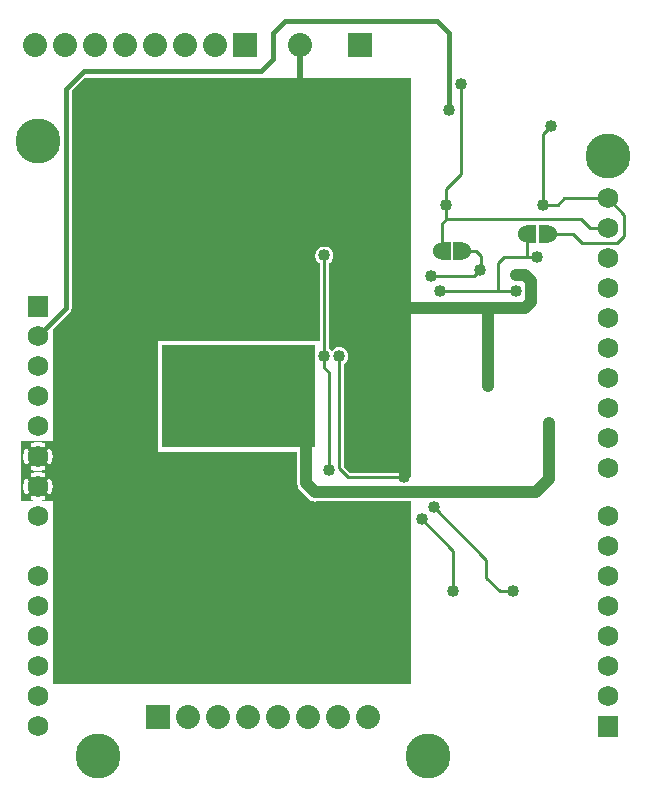
<source format=gbr>
G04 start of page 3 for group 1 idx 1 *
G04 Title: (unknown), solder *
G04 Creator: pcb 20140316 *
G04 CreationDate: Thu 22 Dec 2016 06:12:03 PM GMT UTC *
G04 For: ndholmes *
G04 Format: Gerber/RS-274X *
G04 PCB-Dimensions (mil): 2100.00 2700.00 *
G04 PCB-Coordinate-Origin: lower left *
%MOIN*%
%FSLAX25Y25*%
%LNBOTTOM*%
%ADD51C,0.0480*%
%ADD50C,0.1285*%
%ADD49C,0.0380*%
%ADD48R,0.0300X0.0300*%
%ADD47C,0.0600*%
%ADD46C,0.0800*%
%ADD45C,0.1500*%
%ADD44C,0.0680*%
%ADD43C,0.0200*%
%ADD42C,0.0150*%
%ADD41C,0.0400*%
%ADD40C,0.0100*%
%ADD39C,0.0001*%
G54D39*G36*
X102500Y147000D02*Y143618D01*
X102491Y143500D01*
X102500Y143382D01*
Y117500D01*
X102472Y117971D01*
X102362Y118430D01*
X102181Y118866D01*
X101935Y119269D01*
X101628Y119628D01*
X101269Y119935D01*
X100866Y120181D01*
X100430Y120362D01*
X99971Y120472D01*
X99500Y120509D01*
X99029Y120472D01*
X98570Y120362D01*
X98134Y120181D01*
X97731Y119935D01*
X97372Y119628D01*
X97065Y119269D01*
X96819Y118866D01*
X96638Y118430D01*
X96528Y117971D01*
X96500Y117500D01*
Y113000D01*
X51500D01*
Y147000D01*
X102500D01*
G37*
G36*
X134500Y103000D02*X133505D01*
X133486Y103235D01*
X133431Y103465D01*
X133341Y103683D01*
X133217Y103884D01*
X133064Y104064D01*
X132884Y104217D01*
X132683Y104341D01*
X132465Y104431D01*
X132235Y104486D01*
X132000Y104500D01*
X114121D01*
X112000Y106621D01*
Y140901D01*
X112269Y141065D01*
X112628Y141372D01*
X112935Y141731D01*
X113181Y142134D01*
X113362Y142570D01*
X113472Y143029D01*
X113500Y143500D01*
X113472Y143971D01*
X113362Y144430D01*
X113181Y144866D01*
X112935Y145269D01*
X112628Y145628D01*
X112269Y145935D01*
X111866Y146181D01*
X111430Y146362D01*
X110971Y146472D01*
X110500Y146509D01*
X110029Y146472D01*
X109570Y146362D01*
X109134Y146181D01*
X108731Y145935D01*
X108372Y145628D01*
X108065Y145269D01*
X108000Y145162D01*
X107935Y145269D01*
X107628Y145628D01*
X107269Y145935D01*
X107000Y146099D01*
Y174401D01*
X107269Y174565D01*
X107628Y174872D01*
X107935Y175231D01*
X108181Y175634D01*
X108362Y176070D01*
X108472Y176529D01*
X108500Y177000D01*
X108472Y177471D01*
X108465Y177500D01*
X134500D01*
Y103000D01*
G37*
G36*
Y148500D02*X107000D01*
Y174401D01*
X107269Y174565D01*
X107628Y174872D01*
X107935Y175231D01*
X108181Y175634D01*
X108362Y176070D01*
X108472Y176529D01*
X108500Y177000D01*
X108472Y177471D01*
X108362Y177930D01*
X108181Y178366D01*
X107935Y178769D01*
X107628Y179128D01*
X107269Y179435D01*
X106866Y179681D01*
X106430Y179862D01*
X105971Y179972D01*
X105500Y180009D01*
X105029Y179972D01*
X104570Y179862D01*
X104134Y179681D01*
X103731Y179435D01*
X103372Y179128D01*
X103065Y178769D01*
X102819Y178366D01*
X102638Y177930D01*
X102528Y177471D01*
X102491Y177000D01*
X102528Y176529D01*
X102638Y176070D01*
X102819Y175634D01*
X103065Y175231D01*
X103372Y174872D01*
X103731Y174565D01*
X104000Y174401D01*
Y148500D01*
X15000D01*
Y152525D01*
X20689Y158214D01*
X20741Y158259D01*
X20920Y158468D01*
X21064Y158703D01*
X21169Y158958D01*
X21234Y159225D01*
X21255Y159500D01*
X21250Y159569D01*
Y231775D01*
X25475Y236000D01*
X134500D01*
Y148500D01*
G37*
G36*
X13964Y115000D02*X22500D01*
Y95000D01*
X13964D01*
Y97564D01*
X14049Y97589D01*
X14155Y97639D01*
X14253Y97706D01*
X14339Y97787D01*
X14411Y97880D01*
X14466Y97984D01*
X14641Y98412D01*
X14770Y98855D01*
X14857Y99309D01*
X14900Y99769D01*
Y100231D01*
X14857Y100691D01*
X14770Y101145D01*
X14641Y101588D01*
X14471Y102018D01*
X14415Y102122D01*
X14342Y102216D01*
X14255Y102297D01*
X14157Y102364D01*
X14050Y102414D01*
X13964Y102440D01*
Y107564D01*
X14049Y107589D01*
X14155Y107639D01*
X14253Y107706D01*
X14339Y107787D01*
X14411Y107880D01*
X14466Y107984D01*
X14641Y108412D01*
X14770Y108855D01*
X14857Y109309D01*
X14900Y109769D01*
Y110231D01*
X14857Y110691D01*
X14770Y111145D01*
X14641Y111588D01*
X14471Y112018D01*
X14415Y112122D01*
X14342Y112216D01*
X14255Y112297D01*
X14157Y112364D01*
X14050Y112414D01*
X13964Y112440D01*
Y115000D01*
G37*
G36*
X10002D02*X13964D01*
Y112440D01*
X13936Y112448D01*
X13818Y112462D01*
X13700Y112459D01*
X13583Y112437D01*
X13472Y112396D01*
X13368Y112339D01*
X13274Y112266D01*
X13193Y112180D01*
X13126Y112082D01*
X13075Y111975D01*
X13042Y111861D01*
X13027Y111743D01*
X13031Y111624D01*
X13053Y111508D01*
X13096Y111397D01*
X13217Y111101D01*
X13306Y110793D01*
X13366Y110479D01*
X13396Y110160D01*
Y109840D01*
X13366Y109521D01*
X13306Y109207D01*
X13217Y108899D01*
X13099Y108601D01*
X13057Y108491D01*
X13035Y108375D01*
X13031Y108257D01*
X13046Y108140D01*
X13079Y108027D01*
X13129Y107920D01*
X13196Y107822D01*
X13276Y107736D01*
X13370Y107664D01*
X13473Y107607D01*
X13584Y107567D01*
X13700Y107545D01*
X13818Y107541D01*
X13935Y107556D01*
X13964Y107564D01*
Y102440D01*
X13936Y102448D01*
X13818Y102462D01*
X13700Y102459D01*
X13583Y102437D01*
X13472Y102396D01*
X13368Y102339D01*
X13274Y102266D01*
X13193Y102180D01*
X13126Y102082D01*
X13075Y101975D01*
X13042Y101861D01*
X13027Y101743D01*
X13031Y101624D01*
X13053Y101508D01*
X13096Y101397D01*
X13217Y101101D01*
X13306Y100793D01*
X13366Y100479D01*
X13396Y100160D01*
Y99840D01*
X13366Y99521D01*
X13306Y99207D01*
X13217Y98899D01*
X13099Y98601D01*
X13057Y98491D01*
X13035Y98375D01*
X13031Y98257D01*
X13046Y98140D01*
X13079Y98027D01*
X13129Y97920D01*
X13196Y97822D01*
X13276Y97736D01*
X13370Y97664D01*
X13473Y97607D01*
X13584Y97567D01*
X13700Y97545D01*
X13818Y97541D01*
X13935Y97556D01*
X13964Y97564D01*
Y95000D01*
X10002D01*
Y95100D01*
X10231D01*
X10691Y95143D01*
X11145Y95230D01*
X11588Y95359D01*
X12018Y95529D01*
X12122Y95585D01*
X12216Y95658D01*
X12297Y95745D01*
X12364Y95843D01*
X12414Y95950D01*
X12448Y96064D01*
X12462Y96182D01*
X12459Y96300D01*
X12436Y96417D01*
X12396Y96528D01*
X12339Y96632D01*
X12266Y96726D01*
X12180Y96807D01*
X12082Y96874D01*
X11975Y96925D01*
X11861Y96958D01*
X11743Y96973D01*
X11624Y96969D01*
X11508Y96947D01*
X11397Y96904D01*
X11101Y96783D01*
X10793Y96694D01*
X10479Y96634D01*
X10160Y96604D01*
X10002D01*
Y103396D01*
X10160D01*
X10479Y103366D01*
X10793Y103306D01*
X11101Y103217D01*
X11399Y103099D01*
X11509Y103057D01*
X11625Y103035D01*
X11743Y103031D01*
X11860Y103046D01*
X11973Y103079D01*
X12080Y103129D01*
X12178Y103196D01*
X12264Y103276D01*
X12336Y103370D01*
X12393Y103473D01*
X12433Y103584D01*
X12455Y103700D01*
X12459Y103818D01*
X12444Y103935D01*
X12411Y104049D01*
X12361Y104155D01*
X12294Y104253D01*
X12213Y104339D01*
X12120Y104411D01*
X12016Y104466D01*
X11588Y104641D01*
X11145Y104770D01*
X10691Y104857D01*
X10231Y104900D01*
X10002D01*
Y105100D01*
X10231D01*
X10691Y105143D01*
X11145Y105230D01*
X11588Y105359D01*
X12018Y105529D01*
X12122Y105585D01*
X12216Y105658D01*
X12297Y105745D01*
X12364Y105843D01*
X12414Y105950D01*
X12448Y106064D01*
X12462Y106182D01*
X12459Y106300D01*
X12436Y106417D01*
X12396Y106528D01*
X12339Y106632D01*
X12266Y106726D01*
X12180Y106807D01*
X12082Y106874D01*
X11975Y106925D01*
X11861Y106958D01*
X11743Y106973D01*
X11624Y106969D01*
X11508Y106947D01*
X11397Y106904D01*
X11101Y106783D01*
X10793Y106694D01*
X10479Y106634D01*
X10160Y106604D01*
X10002D01*
Y113396D01*
X10160D01*
X10479Y113366D01*
X10793Y113306D01*
X11101Y113217D01*
X11399Y113099D01*
X11509Y113057D01*
X11625Y113035D01*
X11743Y113031D01*
X11860Y113046D01*
X11973Y113079D01*
X12080Y113129D01*
X12178Y113196D01*
X12264Y113276D01*
X12336Y113370D01*
X12393Y113473D01*
X12433Y113584D01*
X12455Y113700D01*
X12459Y113818D01*
X12444Y113935D01*
X12411Y114049D01*
X12361Y114155D01*
X12294Y114253D01*
X12213Y114339D01*
X12120Y114411D01*
X12016Y114466D01*
X11588Y114641D01*
X11145Y114770D01*
X10691Y114857D01*
X10231Y114900D01*
X10002D01*
Y115000D01*
G37*
G36*
X6036D02*X10002D01*
Y114900D01*
X9769D01*
X9309Y114857D01*
X8855Y114770D01*
X8412Y114641D01*
X7982Y114471D01*
X7878Y114415D01*
X7784Y114342D01*
X7703Y114255D01*
X7636Y114157D01*
X7586Y114050D01*
X7552Y113936D01*
X7538Y113818D01*
X7541Y113700D01*
X7563Y113583D01*
X7604Y113472D01*
X7661Y113368D01*
X7734Y113274D01*
X7820Y113193D01*
X7918Y113126D01*
X8025Y113075D01*
X8139Y113042D01*
X8257Y113027D01*
X8376Y113031D01*
X8492Y113053D01*
X8603Y113096D01*
X8899Y113217D01*
X9207Y113306D01*
X9521Y113366D01*
X9840Y113396D01*
X10002D01*
Y106604D01*
X9840D01*
X9521Y106634D01*
X9207Y106694D01*
X8899Y106783D01*
X8601Y106901D01*
X8491Y106943D01*
X8375Y106965D01*
X8257Y106969D01*
X8140Y106954D01*
X8027Y106921D01*
X7920Y106871D01*
X7822Y106804D01*
X7736Y106724D01*
X7664Y106630D01*
X7607Y106527D01*
X7567Y106416D01*
X7545Y106300D01*
X7541Y106182D01*
X7556Y106065D01*
X7589Y105951D01*
X7639Y105845D01*
X7706Y105747D01*
X7787Y105661D01*
X7880Y105589D01*
X7984Y105534D01*
X8412Y105359D01*
X8855Y105230D01*
X9309Y105143D01*
X9769Y105100D01*
X10002D01*
Y104900D01*
X9769D01*
X9309Y104857D01*
X8855Y104770D01*
X8412Y104641D01*
X7982Y104471D01*
X7878Y104415D01*
X7784Y104342D01*
X7703Y104255D01*
X7636Y104157D01*
X7586Y104050D01*
X7552Y103936D01*
X7538Y103818D01*
X7541Y103700D01*
X7563Y103583D01*
X7604Y103472D01*
X7661Y103368D01*
X7734Y103274D01*
X7820Y103193D01*
X7918Y103126D01*
X8025Y103075D01*
X8139Y103042D01*
X8257Y103027D01*
X8376Y103031D01*
X8492Y103053D01*
X8603Y103096D01*
X8899Y103217D01*
X9207Y103306D01*
X9521Y103366D01*
X9840Y103396D01*
X10002D01*
Y96604D01*
X9840D01*
X9521Y96634D01*
X9207Y96694D01*
X8899Y96783D01*
X8601Y96901D01*
X8491Y96943D01*
X8375Y96965D01*
X8257Y96969D01*
X8140Y96954D01*
X8027Y96921D01*
X7920Y96871D01*
X7822Y96804D01*
X7736Y96724D01*
X7664Y96630D01*
X7607Y96527D01*
X7567Y96416D01*
X7545Y96300D01*
X7541Y96182D01*
X7556Y96065D01*
X7589Y95951D01*
X7639Y95845D01*
X7706Y95747D01*
X7787Y95661D01*
X7880Y95589D01*
X7984Y95534D01*
X8412Y95359D01*
X8855Y95230D01*
X9309Y95143D01*
X9769Y95100D01*
X10002D01*
Y95000D01*
X6036D01*
Y97560D01*
X6064Y97552D01*
X6182Y97538D01*
X6300Y97541D01*
X6417Y97564D01*
X6528Y97604D01*
X6632Y97661D01*
X6726Y97734D01*
X6807Y97820D01*
X6874Y97918D01*
X6925Y98025D01*
X6958Y98139D01*
X6973Y98257D01*
X6969Y98376D01*
X6947Y98492D01*
X6904Y98603D01*
X6783Y98899D01*
X6694Y99207D01*
X6634Y99521D01*
X6604Y99840D01*
Y100160D01*
X6634Y100479D01*
X6694Y100793D01*
X6783Y101101D01*
X6901Y101399D01*
X6943Y101509D01*
X6965Y101625D01*
X6969Y101743D01*
X6954Y101860D01*
X6921Y101973D01*
X6871Y102080D01*
X6804Y102178D01*
X6724Y102264D01*
X6630Y102336D01*
X6527Y102393D01*
X6416Y102433D01*
X6300Y102455D01*
X6182Y102459D01*
X6065Y102444D01*
X6036Y102436D01*
Y107560D01*
X6064Y107552D01*
X6182Y107538D01*
X6300Y107541D01*
X6417Y107564D01*
X6528Y107604D01*
X6632Y107661D01*
X6726Y107734D01*
X6807Y107820D01*
X6874Y107918D01*
X6925Y108025D01*
X6958Y108139D01*
X6973Y108257D01*
X6969Y108376D01*
X6947Y108492D01*
X6904Y108603D01*
X6783Y108899D01*
X6694Y109207D01*
X6634Y109521D01*
X6604Y109840D01*
Y110160D01*
X6634Y110479D01*
X6694Y110793D01*
X6783Y111101D01*
X6901Y111399D01*
X6943Y111509D01*
X6965Y111625D01*
X6969Y111743D01*
X6954Y111860D01*
X6921Y111973D01*
X6871Y112080D01*
X6804Y112178D01*
X6724Y112264D01*
X6630Y112336D01*
X6527Y112393D01*
X6416Y112433D01*
X6300Y112455D01*
X6182Y112459D01*
X6065Y112444D01*
X6036Y112436D01*
Y115000D01*
G37*
G36*
X4500D02*X6036D01*
Y112436D01*
X5951Y112411D01*
X5845Y112361D01*
X5747Y112294D01*
X5661Y112213D01*
X5589Y112120D01*
X5534Y112016D01*
X5359Y111588D01*
X5230Y111145D01*
X5143Y110691D01*
X5100Y110231D01*
Y109769D01*
X5143Y109309D01*
X5230Y108855D01*
X5359Y108412D01*
X5529Y107982D01*
X5585Y107878D01*
X5658Y107784D01*
X5745Y107703D01*
X5843Y107636D01*
X5950Y107586D01*
X6036Y107560D01*
Y102436D01*
X5951Y102411D01*
X5845Y102361D01*
X5747Y102294D01*
X5661Y102213D01*
X5589Y102120D01*
X5534Y102016D01*
X5359Y101588D01*
X5230Y101145D01*
X5143Y100691D01*
X5100Y100231D01*
Y99769D01*
X5143Y99309D01*
X5230Y98855D01*
X5359Y98412D01*
X5529Y97982D01*
X5585Y97878D01*
X5658Y97784D01*
X5745Y97703D01*
X5843Y97636D01*
X5950Y97586D01*
X6036Y97560D01*
Y95000D01*
X4500D01*
Y115000D01*
G37*
G36*
X21180Y159000D02*X50000D01*
Y95000D01*
X15000D01*
Y152525D01*
X20689Y158214D01*
X20741Y158259D01*
X20920Y158468D01*
X21064Y158703D01*
X21169Y158958D01*
X21180Y159000D01*
G37*
G36*
X15000Y111500D02*X96500D01*
Y101118D01*
X96491Y101000D01*
X96528Y100529D01*
Y100529D01*
X96549Y100440D01*
X96638Y100070D01*
X96819Y99634D01*
X97065Y99231D01*
X97065Y99231D01*
X97372Y98872D01*
X97462Y98796D01*
X100296Y95962D01*
X100372Y95872D01*
X100731Y95566D01*
X100731Y95565D01*
X101134Y95319D01*
X101570Y95138D01*
X102029Y95028D01*
X102500Y94991D01*
X102618Y95000D01*
X134500D01*
Y34000D01*
X15000D01*
Y111500D01*
G37*
G36*
X102500Y113000D02*X95000D01*
Y120500D01*
X102500D01*
Y113000D01*
G37*
G54D40*X138000Y89000D02*X148500Y78500D01*
X142000Y93000D02*X159500Y75500D01*
Y69500D01*
X164000Y65000D01*
X168414D01*
X148500Y78500D02*Y65000D01*
G54D41*X102500Y98000D02*X176000D01*
X180500Y102500D01*
Y116500D01*
Y111000D02*Y121000D01*
X160000Y133500D02*Y159500D01*
X172500D02*X174500Y161500D01*
Y168500D02*X172500Y170500D01*
X169500D01*
G54D40*X163500Y174500D02*Y165000D01*
X176500Y176500D02*X165500D01*
X163500Y174500D01*
G54D41*X174500Y161500D02*Y168500D01*
G54D40*X178500Y193780D02*Y217500D01*
X181000Y220000D01*
X151000Y234000D02*Y204000D01*
X146000Y199000D01*
Y189000D01*
X191000D01*
X178500Y193780D02*X183280D01*
X185500Y196000D01*
X200000D01*
X179900Y184000D02*X188500D01*
X191500Y181000D01*
X203000D01*
X205500Y183500D01*
X191000Y189000D02*X194000Y186000D01*
X200000D01*
X205500Y183500D02*Y190500D01*
X200000Y196000D01*
X153000Y165000D02*X169500D01*
X153000D02*X144000D01*
G54D41*X172500Y159500D02*X127500D01*
G54D40*X110500Y106000D02*X113500Y103000D01*
X132000D01*
G54D41*X99500Y117500D02*Y101000D01*
X102500Y98000D01*
G54D42*X84500Y238500D02*X88500Y242500D01*
X92500Y255000D02*X143000D01*
X147000Y251000D01*
Y225500D01*
G54D40*X144600Y187600D02*X146000Y189000D01*
X141000Y170000D02*X155500D01*
X157500Y172000D01*
X144600Y178500D02*Y187600D01*
X157750Y172250D02*Y176750D01*
X156000Y178500D01*
X151400D01*
X173100Y184000D02*Y176500D01*
X110500Y143500D02*Y106000D01*
X107000Y105500D02*Y138000D01*
X105500Y139500D01*
Y177000D01*
G54D43*X97500Y247000D02*Y232500D01*
G54D42*X88500Y242500D02*Y251000D01*
X92500Y255000D01*
X19500Y159500D02*Y232500D01*
X25500Y238500D01*
X84500D01*
X10000Y150000D02*X19500Y159500D01*
G54D39*G36*
X196600Y23400D02*Y16600D01*
X203400D01*
Y23400D01*
X196600D01*
G37*
G54D44*X200000Y30000D03*
Y40000D03*
Y50000D03*
Y60000D03*
Y70000D03*
G54D45*X140000Y10000D03*
G54D44*X10000Y130000D03*
Y120000D03*
Y110000D03*
Y100000D03*
G54D39*G36*
X6600Y163400D02*Y156600D01*
X13400D01*
Y163400D01*
X6600D01*
G37*
G54D44*X10000Y150000D03*
Y140000D03*
G54D45*Y215000D03*
G54D39*G36*
X75000Y251000D02*Y243000D01*
X83000D01*
Y251000D01*
X75000D01*
G37*
G36*
X113500D02*Y243000D01*
X121500D01*
Y251000D01*
X113500D01*
G37*
G54D46*X97500Y247000D03*
X69000D03*
X59000D03*
X49000D03*
X39000D03*
X29000D03*
X19000D03*
X9000D03*
G54D44*X200000Y80000D03*
Y90000D03*
Y106000D03*
Y116000D03*
Y126000D03*
Y136000D03*
Y146000D03*
Y156000D03*
Y166000D03*
Y176000D03*
Y186000D03*
Y196000D03*
G54D45*Y210000D03*
G54D44*X10000Y90000D03*
Y70000D03*
Y60000D03*
Y50000D03*
Y40000D03*
Y30000D03*
Y20000D03*
G54D45*X30000Y10000D03*
G54D39*G36*
X46000Y27000D02*Y19000D01*
X54000D01*
Y27000D01*
X46000D01*
G37*
G54D46*X60000Y23000D03*
X70000D03*
X80000D03*
X90000D03*
X100000D03*
X110000D03*
X120000D03*
G54D47*X144600Y178500D03*
G54D48*X146100Y180000D02*Y177000D01*
G54D47*X151400Y178500D03*
G54D48*X149900Y180000D02*Y177000D01*
G54D47*X179900Y184000D03*
G54D48*X178400Y185500D02*Y182500D01*
G54D47*X173100Y184000D03*
G54D48*X174600Y185500D02*Y182500D01*
G54D41*X169500Y165000D03*
X144000D03*
X132000Y141000D03*
Y146000D03*
Y151000D03*
Y156000D03*
X147000Y225500D03*
X146000Y193780D03*
X151000Y234000D03*
X157500Y172000D03*
X141000Y170000D03*
X169500Y170500D03*
X178500Y193780D03*
X176500Y176500D03*
X181000Y220000D03*
X132000Y103000D03*
Y111000D03*
Y116000D03*
X107000Y105500D03*
X42000Y111000D03*
X62500Y124500D03*
X55500D03*
X59000Y128000D03*
X55500Y131500D03*
X62500D03*
X42000Y105000D03*
Y99000D03*
X18000Y105000D03*
X23500D03*
X29000D03*
X132000Y126000D03*
Y131000D03*
Y136000D03*
X160000Y133500D03*
X105500Y143500D03*
X110500D03*
X99500Y142500D03*
Y137500D03*
Y132500D03*
Y127500D03*
Y122500D03*
Y117500D03*
X180500Y116000D03*
Y121000D03*
X132000D03*
X130500Y50000D03*
X148500Y65000D03*
X168414D03*
X138000Y89000D03*
X142000Y93000D03*
X105500Y177000D03*
G54D43*G54D49*G54D50*G54D49*G54D50*G54D51*G54D49*G54D50*G54D49*G54D50*G54D51*M02*

</source>
